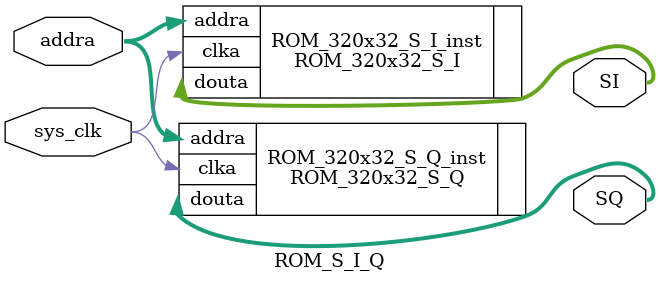
<source format=v>
`timescale 1ns / 1ps


module ROM_S_I_Q(
    input wire              sys_clk,
    input wire  [8:0]      addra,
    output wire [31:0]      SI,
    output wire [31:0]      SQ
    );
    
ROM_320x32_S_I ROM_320x32_S_I_inst
(
    .clka   (sys_clk),
    .addra  (addra),
    .douta  (SI)
);
ROM_320x32_S_Q ROM_320x32_S_Q_inst
(
    .clka   (sys_clk),
    .addra  (addra),
    .douta  (SQ)
);
endmodule

</source>
